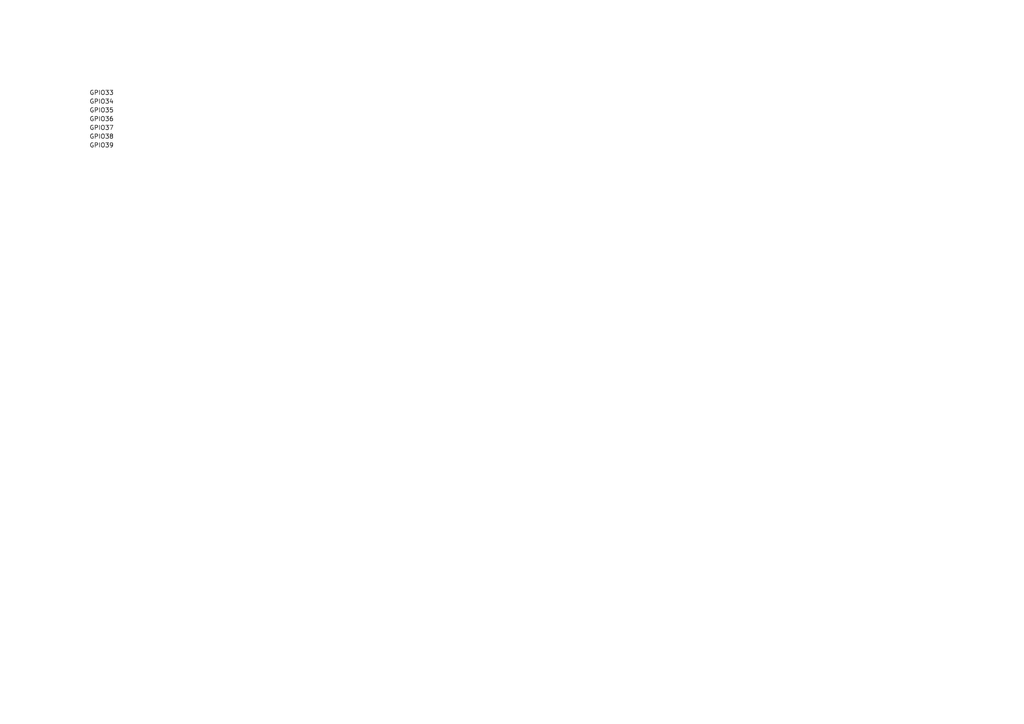
<source format=kicad_sch>
(kicad_sch
	(version 20250114)
	(generator "eeschema")
	(generator_version "9.0")
	(uuid "750902ba-2108-452d-801d-b702ee0d8882")
	(paper "A4")
	(lib_symbols)
	(label "GPIO38"
		(at 33.02 40.64 180)
		(effects
			(font
				(size 1.27 1.27)
			)
			(justify right bottom)
		)
		(uuid "12e44556-9e3d-4902-9fee-ecb0b28e9d42")
	)
	(label "GPIO37"
		(at 33.02 38.1 180)
		(effects
			(font
				(size 1.27 1.27)
			)
			(justify right bottom)
		)
		(uuid "775b11c9-4fec-4168-b068-fb22ef5bfdef")
	)
	(label "GPIO33"
		(at 33.02 27.94 180)
		(effects
			(font
				(size 1.27 1.27)
			)
			(justify right bottom)
		)
		(uuid "9259f20d-5633-422a-8233-49a445c1c523")
	)
	(label "GPIO34"
		(at 33.02 30.48 180)
		(effects
			(font
				(size 1.27 1.27)
			)
			(justify right bottom)
		)
		(uuid "a7f3984d-b5d9-47c7-9aac-66880eb1e622")
	)
	(label "GPIO39"
		(at 33.02 43.18 180)
		(effects
			(font
				(size 1.27 1.27)
			)
			(justify right bottom)
		)
		(uuid "d8a27b89-c60d-4d6d-8611-4fc71833a35e")
	)
	(label "GPIO35"
		(at 33.02 33.02 180)
		(effects
			(font
				(size 1.27 1.27)
			)
			(justify right bottom)
		)
		(uuid "de3fc846-fd65-4c42-a621-0d45489d880c")
	)
	(label "GPIO36"
		(at 33.02 35.56 180)
		(effects
			(font
				(size 1.27 1.27)
			)
			(justify right bottom)
		)
		(uuid "e56f750f-8281-416f-a7c6-74c85a6a0e96")
	)
)

</source>
